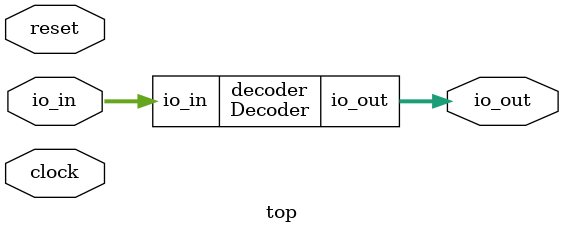
<source format=sv>
module Decoder(	// \\src\\main\\scala\\top\\decoder.scala:7:7
  input  [2:0] io_in,	// \\src\\main\\scala\\top\\decoder.scala:8:14
  output [7:0] io_out	// \\src\\main\\scala\\top\\decoder.scala:8:14
);

  assign io_out =
    (&io_in)
      ? 8'h80
      : {1'h0,
         io_in == 3'h6
           ? 7'h40
           : {1'h0,
              io_in == 3'h5
                ? 6'h20
                : {1'h0,
                   io_in == 3'h4
                     ? 5'h10
                     : {1'h0,
                        io_in == 3'h3
                          ? 4'h8
                          : {1'h0,
                             io_in == 3'h2
                               ? 3'h4
                               : {1'h0, io_in == 3'h1 ? 2'h2 : 2'h1}}}}}};	// \\src\\main\\scala\\top\\decoder.scala:7:7, :13:45
endmodule

module top(	// \\src\\main\\scala\\top\\top.scala:9:7
  input        clock,	// \\src\\main\\scala\\top\\top.scala:9:7
               reset,	// \\src\\main\\scala\\top\\top.scala:9:7
  input  [2:0] io_in,	// \\src\\main\\scala\\top\\top.scala:10:14
  output [7:0] io_out	// \\src\\main\\scala\\top\\top.scala:10:14
);

  Decoder decoder (	// \\src\\main\\scala\\top\\top.scala:15:23
    .io_in  (io_in),
    .io_out (io_out)
  );
endmodule


</source>
